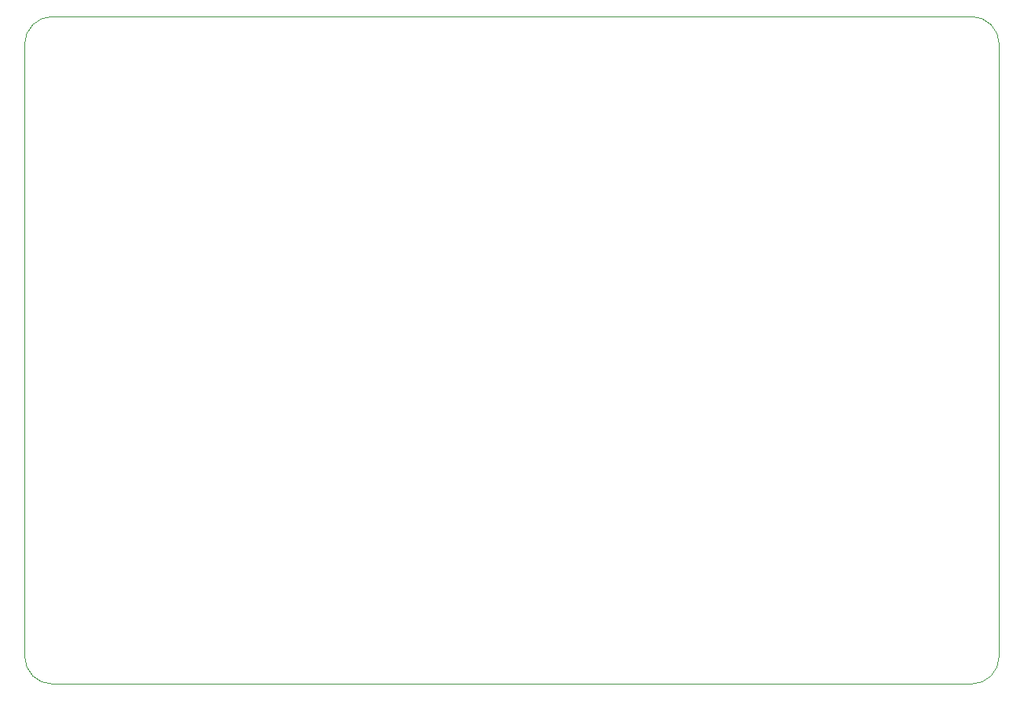
<source format=gm1>
%TF.GenerationSoftware,KiCad,Pcbnew,8.0.2*%
%TF.CreationDate,2024-12-26T16:42:43-05:00*%
%TF.ProjectId,Column Controller,436f6c75-6d6e-4204-936f-6e74726f6c6c,rev?*%
%TF.SameCoordinates,Original*%
%TF.FileFunction,Profile,NP*%
%FSLAX46Y46*%
G04 Gerber Fmt 4.6, Leading zero omitted, Abs format (unit mm)*
G04 Created by KiCad (PCBNEW 8.0.2) date 2024-12-26 16:42:43*
%MOMM*%
%LPD*%
G01*
G04 APERTURE LIST*
%TA.AperFunction,Profile*%
%ADD10C,0.050000*%
%TD*%
G04 APERTURE END LIST*
D10*
X182000000Y-78000000D02*
X83000000Y-78000000D01*
X80000000Y-81000000D02*
X80000000Y-147000000D01*
X185000000Y-147000000D02*
X185000000Y-81000000D01*
X83000000Y-150000000D02*
G75*
G02*
X80000000Y-147000000I0J3000000D01*
G01*
X182000000Y-78000000D02*
G75*
G02*
X185000000Y-81000000I0J-3000000D01*
G01*
X80000000Y-81000000D02*
G75*
G02*
X83000000Y-78000000I3000000J0D01*
G01*
X185000000Y-147000000D02*
G75*
G02*
X182000000Y-150000000I-3000000J0D01*
G01*
X83000000Y-150000000D02*
X182000000Y-150000000D01*
M02*

</source>
